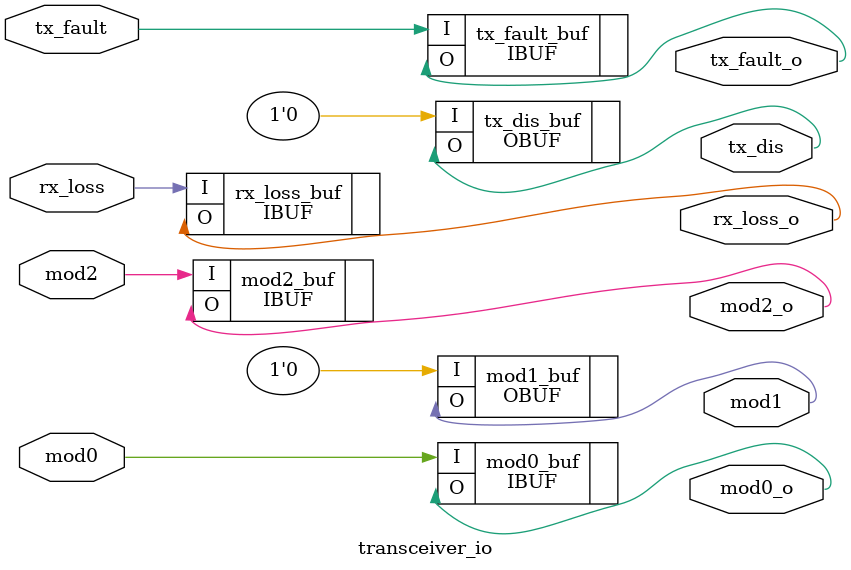
<source format=v>
`timescale 1ns/1ps

module transceiver_io(
		      input mod0,
		      input mod2,
		      input rx_loss,
		      input tx_fault,
		      output mod1,
		      output tx_dis,
		      
		      output mod0_o,
		      output mod2_o,
		      output tx_fault_o,
		      output rx_loss_o
		     );

IBUF mod0_buf(.I(mod0),.O(mod0_o));
IBUF mod2_buf(.I(mod2),.O(mod2_o));
IBUF rx_loss_buf(.I(rx_loss),.O(rx_loss_o));
IBUF tx_fault_buf(.I(tx_fault),.O(tx_fault_o));

OBUF mod1_buf (.I(1'b0),.O(mod1));
OBUF tx_dis_buf (.I(1'b0),.O(tx_dis));


endmodule


</source>
